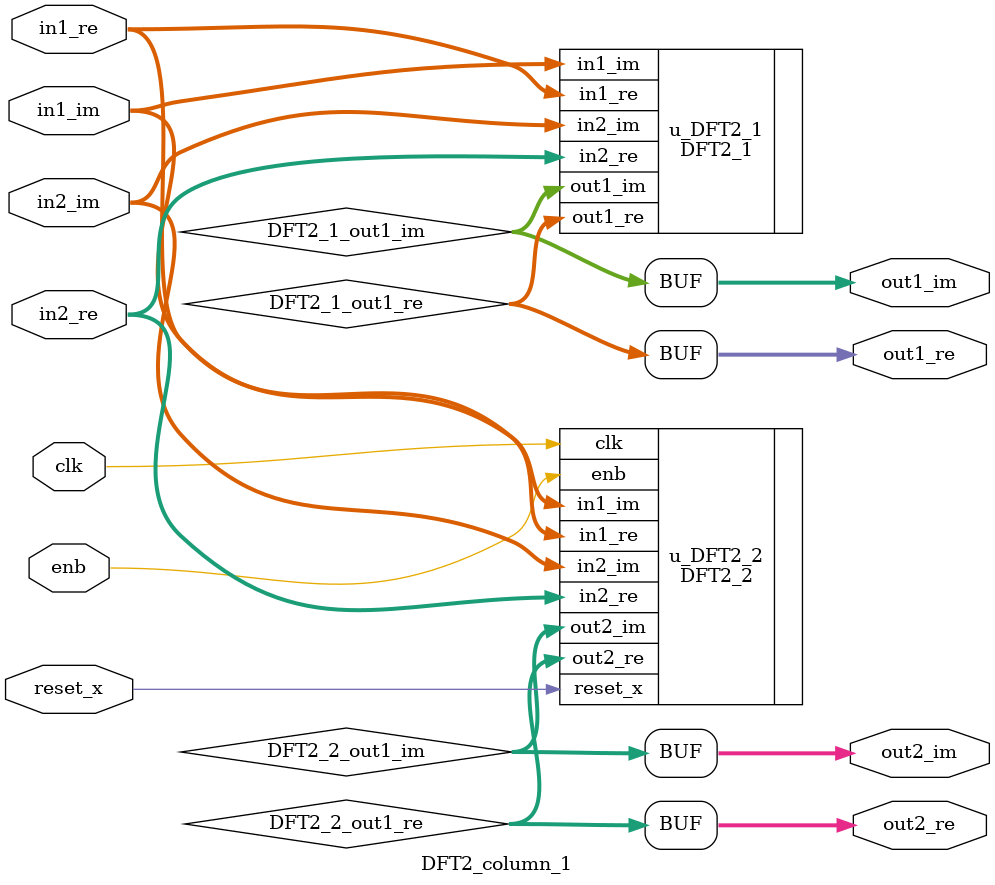
<source format=v>



`timescale 1 ns / 1 ns

module DFT2_column_1
          (clk,
           reset_x,
           enb,
           in1_re,
           in1_im,
           in2_re,
           in2_im,
           out1_re,
           out1_im,
           out2_re,
           out2_im);


  input   clk;
  input   reset_x;
  input   enb;
  input   signed [36:0] in1_re;  // sfix37_En22
  input   signed [36:0] in1_im;  // sfix37_En22
  input   signed [36:0] in2_re;  // sfix37_En22
  input   signed [36:0] in2_im;  // sfix37_En22
  output  signed [36:0] out1_re;  // sfix37_En22
  output  signed [36:0] out1_im;  // sfix37_En22
  output  signed [36:0] out2_re;  // sfix37_En22
  output  signed [36:0] out2_im;  // sfix37_En22


  wire signed [36:0] DFT2_1_out1_re;  // sfix37_En22
  wire signed [36:0] DFT2_1_out1_im;  // sfix37_En22
  wire signed [36:0] DFT2_2_out1_re;  // sfix37_En22
  wire signed [36:0] DFT2_2_out1_im;  // sfix37_En22


  DFT2_1 u_DFT2_1 (.in1_re(in1_re),  // sfix37_En22
                   .in1_im(in1_im),  // sfix37_En22
                   .in2_re(in2_re),  // sfix37_En22
                   .in2_im(in2_im),  // sfix37_En22
                   .out1_re(DFT2_1_out1_re),  // sfix37_En22
                   .out1_im(DFT2_1_out1_im)  // sfix37_En22
                   );

  assign out1_re = DFT2_1_out1_re;

  assign out1_im = DFT2_1_out1_im;

  DFT2_2 u_DFT2_2 (.clk(clk),
                   .reset_x(reset_x),
                   .enb(enb),
                   .in1_re(in1_re),  // sfix37_En22
                   .in1_im(in1_im),  // sfix37_En22
                   .in2_re(in2_re),  // sfix37_En22
                   .in2_im(in2_im),  // sfix37_En22
                   .out2_re(DFT2_2_out1_re),  // sfix37_En22
                   .out2_im(DFT2_2_out1_im)  // sfix37_En22
                   );

  assign out2_re = DFT2_2_out1_re;

  assign out2_im = DFT2_2_out1_im;

endmodule  // DFT2_column_1


</source>
